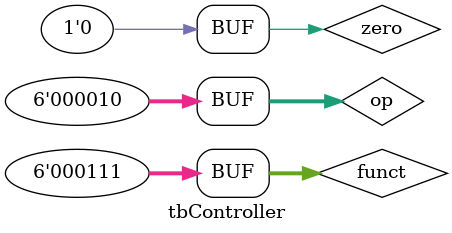
<source format=sv>
module tbController();
logic [5:0] op, funct;
logic zero, memtoreg, memwrite, pcsrc, alusrc, regdst, regwrite, jump;
logic [2:0] alucontrol;

controller UT (op, funct, zero, memtoreg, memwrite, pcsrc, alusrc, regdst, regwrite, jump, alucontrol);
initial
begin
#0 {op,funct,zero}=13'b001000_001010_0; //32'h2010000a addi $s0,$0,10 
#10 {op,funct,zero}=13'b001000_001111_0; //32'h2011000f addi $s1,$0,15  
#10 {op,funct,zero}=13'b000000_100000_0; //32'h02114020 add $t0, $s0,$s1  
#10 {op,funct,zero}=13'b000000_100010_0; //32'h02304022 sub $t0,$s1,$s0
#10 {op,funct,zero}=13'b000000_100100_0; //32'h02114024 and $t0, $s0,$s1
#10 {op,funct,zero}=13'b000000_100101_0; //32'h02114025 or $t0, $s0,$s1
#10 {op,funct,zero}=13'b100011_001010_0; //32'h8e09000a lw $t1, 10($s0)
#10 {op,funct,zero}=13'b101011_001010_0; //32'hae29000a sw $t1, 10($s1)
#10 {op,funct,zero}=13'b000100_111101_0; //32'h1211fffd beq $s0,$s1,back
#10 {op,funct,zero}=13'b001000_001111_0; //32'h2010000f addi $s0, $0,15
#10 {op,funct,zero}=13'b000100_111101_1; //32'h1211fffd beq $s0,$s1,back
#10 {op,funct,zero}=13'b000010_000111_0; //32'h08100007 j next
end
endmodule

</source>
